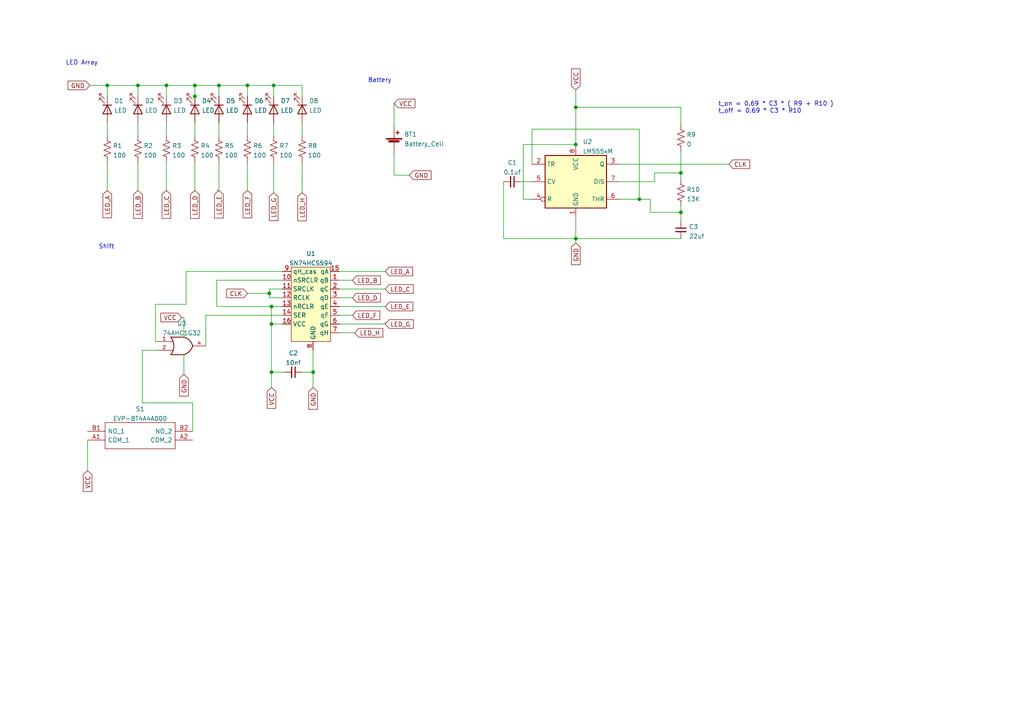
<source format=kicad_sch>
(kicad_sch (version 20211123) (generator eeschema)
  (paper "A4")
  (title_block (title "XMas Blinkenlights") (date "2022-10-21") (company "Kenneth Ostby") (comment 1 "kenneth.ostby@gmail.com"))
  (lib_symbols
    (symbol "74xGxx:74AHC1G32" (pin_names (offset 1.016))
      (property "Reference" "U" (at -2.54 3.81 0))
      (property "Value" "74AHC1G32" (at 0 -3.81 0))
      (symbol "74AHC1G32_0_1"
        (arc (start -3.81 -2.54) (mid -2.919 0) (end -3.81 2.54) (stroke (width 0.254)))
        (arc (start 0 -2.54) (mid 1.601 -1.601) (end 2.54 0) (stroke (width 0.254)))
        (polyline (pts (xy -3.81 -1.27) (xy -3.175 -1.27)))
        (polyline (pts (xy -3.81 1.27) (xy -3.175 1.27)))
        (polyline (pts (xy 0 -2.54) (xy -3.81 -2.54)) (stroke (width 0.254)) (fill (type background)))
        (polyline (pts (xy 0 2.54) (xy -3.81 2.54)) (stroke (width 0.254)) (fill (type background)))
        (arc (start 2.54 0) (mid 1.6136 1.6136) (end 0 2.54) (stroke (width 0.254)))
      )
      (symbol "74AHC1G32_1_1"
        (pin input line (at -7.62 1.27 0) (length 3.81) (name "~") (number "1"))
        (pin input line (at -7.62 -1.27 0) (length 3.81) (name "~") (number "2"))
        (pin power_in line (at 0 -2.54 270) (length 0) hide (name "GND") (number "3"))
        (pin output line (at 6.35 0 180) (length 3.81) (name "~") (number "4"))
        (pin power_in line (at 0 2.54 90) (length 0) hide (name "VCC") (number "5"))
      )
    )
    (symbol "74xGxx:SN74HCS594"
      (property "Reference" "U" (at 0 7.62 0))
      (property "Value" "SN74HCS594" (at 0 10.16 0))
      (symbol "SN74HCS594_0_1"
        (rectangle (start -6.35 6.35) (end 5.08 -15.24) (stroke (width 0.1524)) (fill (type background)))
      )
      (symbol "SN74HCS594_1_1"
        (pin output line (at 7.62 2.54 180) (length 2.54) (name "qB") (number "1"))
        (pin input line (at -8.89 2.54 0) (length 2.54) (name "nSRCLR") (number "10"))
        (pin input line (at -8.89 0 0) (length 2.54) (name "SRCLK") (number "11"))
        (pin input line (at -8.89 -2.54 0) (length 2.54) (name "RCLK") (number "12"))
        (pin input line (at -8.89 -5.08 0) (length 2.54) (name "nRCLR") (number "13"))
        (pin input line (at -8.89 -7.62 0) (length 2.54) (name "SER") (number "14"))
        (pin output line (at 7.62 5.08 180) (length 2.54) (name "qA") (number "15"))
        (pin power_in line (at -8.89 -10.16 0) (length 2.54) (name "VCC") (number "16"))
        (pin output line (at 7.62 0 180) (length 2.54) (name "qC") (number "2"))
        (pin output line (at 7.62 -2.54 180) (length 2.54) (name "qD") (number "3"))
        (pin output line (at 7.62 -5.08 180) (length 2.54) (name "qE") (number "4"))
        (pin output line (at 7.62 -7.62 180) (length 2.54) (name "qF") (number "5"))
        (pin output line (at 7.62 -10.16 180) (length 2.54) (name "qG") (number "6"))
        (pin output line (at 7.62 -12.7 180) (length 2.54) (name "qH") (number "7"))
        (pin unspecified line (at 0 -17.78 90) (length 2.54) (name "GND") (number "8"))
        (pin output line (at -8.89 5.08 0) (length 2.54) (name "qH_cas") (number "9"))
      )
    )
    (symbol "Device:Battery_Cell" (pin_numbers hide) (pin_names (offset 0) hide)
      (property "Reference" "BT" (at 2.54 2.54 0))
      (property "Value" "Battery_Cell" (at 2.54 0 0))
      (symbol "Battery_Cell_0_1"
        (rectangle (start -2.286 1.778) (end 2.286 1.524) (fill (type outline)))
        (rectangle (start -1.5748 1.1938) (end 1.4732 0.6858) (fill (type outline)))
        (polyline (pts (xy 0 0.762) (xy 0 0)))
        (polyline (pts (xy 0 1.778) (xy 0 2.54)))
        (polyline (pts (xy 0.508 3.429) (xy 1.524 3.429)) (stroke (width 0.254)))
        (polyline (pts (xy 1.016 3.937) (xy 1.016 2.921)) (stroke (width 0.254)))
      )
      (symbol "Battery_Cell_1_1"
        (pin passive line (at 0 5.08 270) (length 2.54) (name "+") (number "1"))
        (pin passive line (at 0 -2.54 90) (length 2.54) (name "-") (number "2"))
      )
    )
    (symbol "Device:C_Small" (pin_numbers hide) (pin_names (offset 0.254) hide)
      (property "Reference" "C" (at 0.254 1.778 0))
      (property "Value" "C_Small" (at 0.254 -2.032 0))
      (symbol "C_Small_0_1"
        (polyline (pts (xy -1.524 -0.508) (xy 1.524 -0.508)) (stroke (width 0.3302)))
        (polyline (pts (xy -1.524 0.508) (xy 1.524 0.508)) (stroke (width 0.3048)))
      )
      (symbol "C_Small_1_1"
        (pin passive line (at 0 2.54 270) (length 2.032) (name "~") (number "1"))
        (pin passive line (at 0 -2.54 90) (length 2.032) (name "~") (number "2"))
      )
    )
    (symbol "Device:LED" (pin_numbers hide) (pin_names (offset 1.016) hide)
      (property "Reference" "D" (at 0 2.54 0))
      (property "Value" "LED" (at 0 -2.54 0))
      (symbol "LED_0_1"
        (polyline (pts (xy -1.27 -1.27) (xy -1.27 1.27)) (stroke (width 0.254)))
        (polyline (pts (xy -1.27 0) (xy 1.27 0)))
        (polyline (pts (xy 1.27 -1.27) (xy 1.27 1.27) (xy -1.27 0) (xy 1.27 -1.27)) (stroke (width 0.254)))
        (polyline (pts (xy -3.048 -0.762) (xy -4.572 -2.286) (xy -3.81 -2.286) (xy -4.572 -2.286) (xy -4.572 -1.524)))
        (polyline (pts (xy -1.778 -0.762) (xy -3.302 -2.286) (xy -2.54 -2.286) (xy -3.302 -2.286) (xy -3.302 -1.524)))
      )
      (symbol "LED_1_1"
        (pin passive line (at -3.81 0 0) (length 2.54) (name "K") (number "1"))
        (pin passive line (at 3.81 0 180) (length 2.54) (name "A") (number "2"))
      )
    )
    (symbol "Device:R_US" (pin_numbers hide) (pin_names (offset 0))
      (property "Reference" "R" (at 2.54 0 90))
      (property "Value" "R_US" (at -2.54 0 90))
      (symbol "R_US_0_1"
        (polyline (pts (xy 0 -2.286) (xy 0 -2.54)))
        (polyline (pts (xy 0 2.286) (xy 0 2.54)))
        (polyline (pts (xy 0 -0.762) (xy 1.016 -1.143) (xy 0 -1.524) (xy -1.016 -1.905) (xy 0 -2.286)))
        (polyline (pts (xy 0 0.762) (xy 1.016 0.381) (xy 0 0) (xy -1.016 -0.381) (xy 0 -0.762)))
        (polyline (pts (xy 0 2.286) (xy 1.016 1.905) (xy 0 1.524) (xy -1.016 1.143) (xy 0 0.762)))
      )
      (symbol "R_US_1_1"
        (pin passive line (at 0 3.81 270) (length 1.27) (name "~") (number "1"))
        (pin passive line (at 0 -3.81 90) (length 1.27) (name "~") (number "2"))
      )
    )
    (symbol "EVP-BT4A4A000:EVP-BT4A4A000" (pin_names (offset 0.762))
      (property "Reference" "S" (at 26.67 7.62 0))
      (property "Value" "EVP-BT4A4A000" (at 26.67 5.08 0))
      (symbol "EVP-BT4A4A000_0_0"
        (pin passive line (at 0 -2.54 0) (length 5.08) (name "COM_1") (number "A1"))
        (pin passive line (at 30.48 -2.54 180) (length 5.08) (name "COM_2") (number "A2"))
        (pin passive line (at 0 0 0) (length 5.08) (name "NO_1") (number "B1"))
        (pin passive line (at 30.48 0 180) (length 5.08) (name "NO_2") (number "B2"))
      )
      (symbol "EVP-BT4A4A000_0_1"
        (polyline (pts (xy 5.08 2.54) (xy 25.4 2.54) (xy 25.4 -5.08) (xy 5.08 -5.08) (xy 5.08 2.54)) (stroke (width 0.1524)))
      )
    )
    (symbol "Timer:LM555xM"
      (property "Reference" "U" (at -10.16 8.89 0))
      (property "Value" "LM555xM" (at 2.54 8.89 0))
      (symbol "LM555xM_0_0"
        (pin power_in line (at 0 -10.16 90) (length 2.54) (name "GND") (number "1"))
        (pin power_in line (at 0 10.16 270) (length 2.54) (name "VCC") (number "8"))
      )
      (symbol "LM555xM_0_1"
        (rectangle (start -8.89 -7.62) (end 8.89 7.62) (stroke (width 0.254)) (fill (type background)))
        (rectangle (start -8.89 -7.62) (end 8.89 7.62) (stroke (width 0.254)) (fill (type background)))
      )
      (symbol "LM555xM_1_1"
        (pin input line (at -12.7 5.08 0) (length 3.81) (name "TR") (number "2"))
        (pin output line (at 12.7 5.08 180) (length 3.81) (name "Q") (number "3"))
        (pin input inverted (at -12.7 -5.08 0) (length 3.81) (name "R") (number "4"))
        (pin input line (at -12.7 0 0) (length 3.81) (name "CV") (number "5"))
        (pin input line (at 12.7 -5.08 180) (length 3.81) (name "THR") (number "6"))
        (pin input line (at 12.7 0 180) (length 3.81) (name "DIS") (number "7"))
      )
    )
  )
  (junction (at 167.005 41.91))
  (junction (at 40.005 24.765))
  (junction (at 56.515 24.765))
  (junction (at 185.42 57.785))
  (junction (at 63.5 24.765))
  (junction (at 167.005 31.115))
  (junction (at 78.74 107.95))
  (junction (at 78.74 88.9))
  (junction (at 78.105 85.09))
  (junction (at 56.515 27.94))
  (junction (at 167.005 69.215))
  (junction (at 48.26 24.765))
  (junction (at 71.755 24.765))
  (junction (at 197.485 61.595))
  (junction (at 31.115 24.765))
  (junction (at 197.485 50.165))
  (junction (at 79.375 24.765))
  (junction (at 78.74 93.98))
  (junction (at 90.805 107.95))
  (wire (pts (xy 98.425 86.36) (xy 102.235 86.36)))
  (wire (pts (xy 98.425 91.44) (xy 102.235 91.44)))
  (wire (pts (xy 78.105 85.09) (xy 78.105 86.36)))
  (wire (pts (xy 90.805 101.6) (xy 90.805 107.95)))
  (wire (pts (xy 53.34 92.075) (xy 53.34 97.79)))
  (wire (pts (xy 151.765 57.785) (xy 154.305 57.785)))
  (wire (pts (xy 71.755 24.765) (xy 71.755 27.94)))
  (wire (pts (xy 79.375 35.56) (xy 79.375 39.37)))
  (wire (pts (xy 179.705 52.705) (xy 189.865 52.705)))
  (wire (pts (xy 98.425 88.9) (xy 111.76 88.9)))
  (wire (pts (xy 59.69 91.44) (xy 59.69 100.33)))
  (wire (pts (xy 98.425 83.82) (xy 111.76 83.82)))
  (wire (pts (xy 40.005 24.765) (xy 48.26 24.765)))
  (wire (pts (xy 48.26 24.765) (xy 56.515 24.765)))
  (wire (pts (xy 90.805 107.95) (xy 90.805 112.395)))
  (wire (pts (xy 167.005 62.865) (xy 167.005 69.215)))
  (wire (pts (xy 87.63 35.56) (xy 87.63 39.37)))
  (wire (pts (xy 185.42 37.465) (xy 185.42 57.785)))
  (wire (pts (xy 53.975 78.74) (xy 53.975 88.265)))
  (wire (pts (xy 114.3 50.8) (xy 118.745 50.8)))
  (wire (pts (xy 151.765 57.785) (xy 151.765 41.91)))
  (wire (pts (xy 45.085 88.265) (xy 45.085 99.06)))
  (wire (pts (xy 98.425 78.74) (xy 111.76 78.74)))
  (wire (pts (xy 114.3 29.845) (xy 114.3 36.83)))
  (wire (pts (xy 56.515 24.765) (xy 63.5 24.765)))
  (wire (pts (xy 146.05 69.215) (xy 167.005 69.215)))
  (wire (pts (xy 56.515 28.575) (xy 56.515 27.94)))
  (wire (pts (xy 87.63 46.99) (xy 87.63 55.88)))
  (wire (pts (xy 48.26 35.56) (xy 48.26 39.37)))
  (wire (pts (xy 79.375 27.94) (xy 79.375 24.765)))
  (wire (pts (xy 25.4 136.525) (xy 25.4 127.635)))
  (wire (pts (xy 56.515 35.56) (xy 56.515 39.37)))
  (wire (pts (xy 55.88 125.095) (xy 55.88 116.84)))
  (wire (pts (xy 56.515 24.765) (xy 56.515 27.94)))
  (wire (pts (xy 81.915 88.9) (xy 78.74 88.9)))
  (wire (pts (xy 167.005 26.035) (xy 167.005 31.115)))
  (wire (pts (xy 59.69 91.44) (xy 81.915 91.44)))
  (wire (pts (xy 31.115 35.56) (xy 31.115 39.37)))
  (wire (pts (xy 179.705 47.625) (xy 211.455 47.625)))
  (wire (pts (xy 71.755 24.765) (xy 79.375 24.765)))
  (wire (pts (xy 52.705 92.075) (xy 53.34 92.075)))
  (wire (pts (xy 56.515 46.99) (xy 56.515 55.245)))
  (wire (pts (xy 63.5 24.765) (xy 63.5 27.94)))
  (wire (pts (xy 71.755 85.09) (xy 78.105 85.09)))
  (wire (pts (xy 63.5 35.56) (xy 63.5 39.37)))
  (wire (pts (xy 63.5 46.99) (xy 63.5 55.245)))
  (wire (pts (xy 197.485 43.815) (xy 197.485 50.165)))
  (wire (pts (xy 40.005 24.765) (xy 40.005 27.94)))
  (wire (pts (xy 78.105 83.82) (xy 78.105 85.09)))
  (wire (pts (xy 26.035 24.765) (xy 31.115 24.765)))
  (wire (pts (xy 87.63 27.94) (xy 87.63 24.765)))
  (wire (pts (xy 48.26 24.765) (xy 48.26 27.94)))
  (wire (pts (xy 79.375 24.765) (xy 87.63 24.765)))
  (wire (pts (xy 31.115 24.765) (xy 40.005 24.765)))
  (wire (pts (xy 167.005 69.215) (xy 167.005 70.485)))
  (wire (pts (xy 81.915 78.74) (xy 53.975 78.74)))
  (wire (pts (xy 188.595 61.595) (xy 197.485 61.595)))
  (wire (pts (xy 189.865 50.165) (xy 197.485 50.165)))
  (wire (pts (xy 78.74 88.9) (xy 78.74 93.98)))
  (wire (pts (xy 98.425 81.28) (xy 102.235 81.28)))
  (wire (pts (xy 98.425 93.98) (xy 111.76 93.98)))
  (wire (pts (xy 62.865 81.28) (xy 81.915 81.28)))
  (wire (pts (xy 111.76 93.345) (xy 111.76 93.98)))
  (wire (pts (xy 79.375 46.99) (xy 79.375 55.88)))
  (wire (pts (xy 167.005 69.215) (xy 197.485 69.215)))
  (wire (pts (xy 197.485 50.165) (xy 197.485 52.07)))
  (wire (pts (xy 71.755 46.99) (xy 71.755 55.245)))
  (wire (pts (xy 78.74 107.95) (xy 82.55 107.95)))
  (wire (pts (xy 41.275 101.6) (xy 45.72 101.6)))
  (wire (pts (xy 63.5 24.765) (xy 71.755 24.765)))
  (wire (pts (xy 81.915 93.98) (xy 78.74 93.98)))
  (wire (pts (xy 45.085 99.06) (xy 45.72 99.06)))
  (wire (pts (xy 81.915 83.82) (xy 78.105 83.82)))
  (wire (pts (xy 41.275 116.84) (xy 41.275 101.6)))
  (wire (pts (xy 53.34 102.87) (xy 53.34 108.585)))
  (wire (pts (xy 78.105 86.36) (xy 81.915 86.36)))
  (wire (pts (xy 167.005 41.91) (xy 167.005 42.545)))
  (wire (pts (xy 154.305 37.465) (xy 185.42 37.465)))
  (wire (pts (xy 197.485 61.595) (xy 197.485 64.135)))
  (wire (pts (xy 167.005 31.115) (xy 167.005 41.91)))
  (wire (pts (xy 188.595 57.785) (xy 188.595 61.595)))
  (wire (pts (xy 78.74 107.95) (xy 78.74 112.395)))
  (wire (pts (xy 185.42 57.785) (xy 179.705 57.785)))
  (wire (pts (xy 185.42 57.785) (xy 188.595 57.785)))
  (wire (pts (xy 55.88 116.84) (xy 41.275 116.84)))
  (wire (pts (xy 62.865 55.245) (xy 63.5 55.245)))
  (wire (pts (xy 40.005 35.56) (xy 40.005 39.37)))
  (wire (pts (xy 114.3 44.45) (xy 114.3 50.8)))
  (wire (pts (xy 197.485 31.115) (xy 197.485 36.195)))
  (wire (pts (xy 31.115 24.765) (xy 31.115 27.94)))
  (wire (pts (xy 78.74 93.98) (xy 78.74 107.95)))
  (wire (pts (xy 40.005 46.99) (xy 40.005 55.245)))
  (wire (pts (xy 71.755 35.56) (xy 71.755 39.37)))
  (wire (pts (xy 87.63 107.95) (xy 90.805 107.95)))
  (wire (pts (xy 167.005 31.115) (xy 197.485 31.115)))
  (wire (pts (xy 78.74 88.9) (xy 62.865 88.9)))
  (wire (pts (xy 98.425 96.52) (xy 102.87 96.52)))
  (wire (pts (xy 62.865 88.9) (xy 62.865 81.28)))
  (wire (pts (xy 48.26 46.99) (xy 48.26 55.245)))
  (wire (pts (xy 31.115 46.99) (xy 31.115 55.245)))
  (wire (pts (xy 146.05 52.705) (xy 146.05 69.215)))
  (wire (pts (xy 53.975 88.265) (xy 45.085 88.265)))
  (wire (pts (xy 189.865 52.705) (xy 189.865 50.165)))
  (wire (pts (xy 151.13 52.705) (xy 154.305 52.705)))
  (wire (pts (xy 154.305 47.625) (xy 154.305 37.465)))
  (wire (pts (xy 151.765 41.91) (xy 167.005 41.91)))
  (wire (pts (xy 197.485 59.69) (xy 197.485 61.595)))
  (text "t_on = 0.69 * C3 * ( R9 + R10 ) \nt_off = 0.69 * C3 * R10" (at 208.28 33.02 0) (effects (font (size 1.27 1.27)) (justify left bottom)))
  (text "LED Array" (at 19.05 19.05 0) (effects (font (size 1.27 1.27)) (justify left bottom)))
  (text "Shift\n" (at 28.575 72.39 0) (effects (font (size 1.27 1.27)) (justify left bottom)))
  (text "Battery\n" (at 106.68 24.13 0) (effects (font (size 1.27 1.27)) (justify left bottom)))
  (global_label "LED_H" (shape input) (at 87.63 55.88 270) (property "Intersheet References" "${INTERSHEET_REFS}" (effects hide)))
  (global_label "GND" (shape input) (at 26.035 24.765 180) (property "Intersheet References" "${INTERSHEET_REFS}" (effects hide)))
  (global_label "GND" (shape input) (at 90.805 112.395 270) (property "Intersheet References" "${INTERSHEET_REFS}" (effects hide)))
  (global_label "CLK" (shape input) (at 211.455 47.625 0) (property "Intersheet References" "${INTERSHEET_REFS}" (effects hide)))
  (global_label "VCC" (shape input) (at 78.74 112.395 270) (property "Intersheet References" "${INTERSHEET_REFS}" (effects hide)))
  (global_label "VCC" (shape input) (at 114.3 30.0056 0) (property "Intersheet References" "${INTERSHEET_REFS}" (effects hide)))
  (global_label "LED_C" (shape input) (at 111.76 83.82 0) (property "Intersheet References" "${INTERSHEET_REFS}" (effects hide)))
  (global_label "GND" (shape input) (at 53.34 108.585 270) (property "Intersheet References" "${INTERSHEET_REFS}" (effects hide)))
  (global_label "LED_G" (shape input) (at 79.375 55.88 270) (property "Intersheet References" "${INTERSHEET_REFS}" (effects hide)))
  (global_label "LED_D" (shape input) (at 102.235 86.36 0) (property "Intersheet References" "${INTERSHEET_REFS}" (effects hide)))
  (global_label "LED_F" (shape input) (at 102.235 91.44 0) (property "Intersheet References" "${INTERSHEET_REFS}" (effects hide)))
  (global_label "LED_A" (shape input) (at 111.76 78.74 0) (property "Intersheet References" "${INTERSHEET_REFS}" (effects hide)))
  (global_label "LED_B" (shape input) (at 102.235 81.28 0) (property "Intersheet References" "${INTERSHEET_REFS}" (effects hide)))
  (global_label "LED_D" (shape input) (at 56.515 55.245 270) (property "Intersheet References" "${INTERSHEET_REFS}" (effects hide)))
  (global_label "VCC" (shape input) (at 52.705 92.075 180) (property "Intersheet References" "${INTERSHEET_REFS}" (effects hide)))
  (global_label "LED_F" (shape input) (at 71.755 55.245 270) (property "Intersheet References" "${INTERSHEET_REFS}" (effects hide)))
  (global_label "LED_C" (shape input) (at 48.26 55.245 270) (property "Intersheet References" "${INTERSHEET_REFS}" (effects hide)))
  (global_label "LED_G" (shape input) (at 111.76 93.98 0) (property "Intersheet References" "${INTERSHEET_REFS}" (effects hide)))
  (global_label "LED_E" (shape input) (at 111.76 88.9 0) (property "Intersheet References" "${INTERSHEET_REFS}" (effects hide)))
  (global_label "LED_B" (shape input) (at 40.005 55.245 270) (property "Intersheet References" "${INTERSHEET_REFS}" (effects hide)))
  (global_label "VCC" (shape input) (at 167.005 26.035 90) (property "Intersheet References" "${INTERSHEET_REFS}" (effects hide)))
  (global_label "VCC" (shape input) (at 25.4 136.525 270) (property "Intersheet References" "${INTERSHEET_REFS}" (effects hide)))
  (global_label "LED_E" (shape input) (at 63.5 55.245 270) (property "Intersheet References" "${INTERSHEET_REFS}" (effects hide)))
  (global_label "GND" (shape input) (at 167.005 70.485 270) (property "Intersheet References" "${INTERSHEET_REFS}" (effects hide)))
  (global_label "LED_H" (shape input) (at 102.87 96.52 0) (property "Intersheet References" "${INTERSHEET_REFS}" (effects hide)))
  (global_label "CLK" (shape input) (at 71.755 85.09 180) (property "Intersheet References" "${INTERSHEET_REFS}" (effects hide)))
  (global_label "GND" (shape input) (at 118.745 50.8 0) (property "Intersheet References" "${INTERSHEET_REFS}" (effects hide)))
  (global_label "LED_A" (shape input) (at 31.115 55.245 270) (property "Intersheet References" "${INTERSHEET_REFS}" (effects hide)))
  (symbol (lib_id "Device:LED") (at 87.63 31.75 270) (unit 1)
    (property "Reference" "D8" (at 89.662 29.254 90) (effects (justify left)))
    (property "Value" "LED" (at 89.662 32.0291 90) (effects (justify left)))
    (property "Footprint" "LED_THT:LED_D5.0mm_Clear" (effects hide))
  )
  (symbol (lib_id "Device:R_US") (at 71.755 43.18 0) (unit 1)
    (property "Reference" "R6" (at 73.406 42.2715 0) (effects (justify left)))
    (property "Value" "100" (at 73.406 45.0466 0) (effects (justify left)))
    (property "Footprint" "Resistor_SMD:R_2010_5025Metric" (effects hide))
  )
  (symbol (lib_id "Device:LED") (at 71.755 31.75 270) (unit 1)
    (property "Reference" "D6" (at 73.787 29.254 90) (effects (justify left)))
    (property "Value" "LED" (at 73.787 32.0291 90) (effects (justify left)))
    (property "Footprint" "LED_THT:LED_D5.0mm_Clear" (effects hide))
  )
  (symbol (lib_id "Device:R_US") (at 40.005 43.18 0) (unit 1)
    (property "Reference" "R2" (at 41.656 42.2715 0) (effects (justify left)))
    (property "Value" "100" (at 41.656 45.0466 0) (effects (justify left)))
    (property "Footprint" "Resistor_SMD:R_2010_5025Metric" (effects hide))
  )
  (symbol (lib_id "Device:C_Small") (at 148.59 52.705 270) (unit 1)
    (property "Reference" "C1" (at 148.5836 47.1764 90))
    (property "Value" "0.1uf" (at 148.5836 49.9515 90))
    (property "Footprint" "Capacitor_SMD:C_1210_3225Metric_Pad1.33x2.70mm_HandSolder" (effects hide))
  )
  (symbol (lib_id "Device:R_US") (at 48.26 43.18 0) (unit 1)
    (property "Reference" "R3" (at 49.911 42.2715 0) (effects (justify left)))
    (property "Value" "100" (at 49.911 45.0466 0) (effects (justify left)))
    (property "Footprint" "Resistor_SMD:R_2010_5025Metric" (effects hide))
  )
  (symbol (lib_id "Device:R_US") (at 79.375 43.18 0) (unit 1)
    (property "Reference" "R7" (at 81.026 42.2715 0) (effects (justify left)))
    (property "Value" "100" (at 81.026 45.0466 0) (effects (justify left)))
    (property "Footprint" "Resistor_SMD:R_2010_5025Metric" (effects hide))
  )
  (symbol (lib_id "Device:R_US") (at 87.63 43.18 0) (unit 1)
    (property "Reference" "R8" (at 89.281 42.2715 0) (effects (justify left)))
    (property "Value" "100" (at 89.281 45.0466 0) (effects (justify left)))
    (property "Footprint" "Resistor_SMD:R_2010_5025Metric" (effects hide))
  )
  (symbol (lib_id "74xGxx:74AHC1G32") (at 53.34 100.33 0) (unit 1)
    (property "Reference" "U3" (at 52.705 93.8235 0))
    (property "Value" "74AHC1G32" (at 52.705 96.5986 0))
    (property "Footprint" "Package_TO_SOT_SMD:SOT-353_SC-70-5_Handsoldering" (effects hide))
    (property "Datasheet" "http://www.ti.com/lit/sg/scyt129e/scyt129e.pdf" (effects hide))
  )
  (symbol (lib_id "Device:LED") (at 79.375 31.75 270) (unit 1)
    (property "Reference" "D7" (at 81.407 29.254 90) (effects (justify left)))
    (property "Value" "LED" (at 81.407 32.0291 90) (effects (justify left)))
    (property "Footprint" "LED_THT:LED_D5.0mm_Clear" (effects hide))
  )
  (symbol (lib_id "Device:R_US") (at 197.485 55.88 0) (unit 1)
    (property "Reference" "R10" (at 199.136 54.9715 0) (effects (justify left)))
    (property "Value" "13K" (at 199.136 57.7466 0) (effects (justify left)))
    (property "Footprint" "Resistor_SMD:R_2010_5025Metric_Pad1.40x2.65mm_HandSolder" (effects hide))
  )
  (symbol (lib_id "Timer:LM555xM") (at 167.005 52.705 0) (unit 1)
    (property "Reference" "U2" (at 169.0244 41.1185 0) (effects (justify left)))
    (property "Value" "LM555xM" (at 169.0244 43.8936 0) (effects (justify left)))
    (property "Footprint" "Package_SO:SOIC-8_3.9x4.9mm_P1.27mm" (effects hide))
    (property "Datasheet" "http://www.ti.com/lit/ds/symlink/lm555.pdf" (effects hide))
  )
  (symbol (lib_id "Device:Battery_Cell") (at 114.3 41.91 0) (unit 1)
    (property "Reference" "BT1" (at 117.221 38.9695 0) (effects (justify left)))
    (property "Value" "Battery_Cell" (at 117.221 41.7446 0) (effects (justify left)))
    (property "Footprint" "KiCad:101" (effects hide))
  )
  (symbol (lib_id "Device:LED") (at 63.5 31.75 270) (unit 1)
    (property "Reference" "D5" (at 65.532 29.254 90) (effects (justify left)))
    (property "Value" "LED" (at 65.532 32.0291 90) (effects (justify left)))
    (property "Footprint" "LED_THT:LED_D5.0mm_Clear" (effects hide))
  )
  (symbol (lib_id "Device:LED") (at 56.515 31.75 270) (unit 1)
    (property "Reference" "D4" (at 58.547 29.254 90) (effects (justify left)))
    (property "Value" "LED" (at 58.547 32.0291 90) (effects (justify left)))
    (property "Footprint" "LED_THT:LED_D5.0mm_Clear" (effects hide))
  )
  (symbol (lib_id "Device:R_US") (at 197.485 40.005 0) (unit 1)
    (property "Reference" "R9" (at 199.136 39.0965 0) (effects (justify left)))
    (property "Value" "0" (at 199.136 41.8716 0) (effects (justify left)))
    (property "Footprint" "Resistor_SMD:R_2010_5025Metric_Pad1.40x2.65mm_HandSolder" (effects hide))
  )
  (symbol (lib_id "Device:R_US") (at 31.115 43.18 0) (unit 1)
    (property "Reference" "R1" (at 32.766 42.2715 0) (effects (justify left)))
    (property "Value" "100" (at 32.766 45.0466 0) (effects (justify left)))
    (property "Footprint" "Resistor_SMD:R_2010_5025Metric" (effects hide))
  )
  (symbol (lib_id "Device:C_Small") (at 197.485 66.675 0) (unit 1)
    (property "Reference" "C3" (at 199.8091 65.7728 0) (effects (justify left)))
    (property "Value" "22uf" (at 199.8091 68.5479 0) (effects (justify left)))
    (property "Footprint" "Capacitor_SMD:C_1210_3225Metric_Pad1.33x2.70mm_HandSolder" (effects hide))
  )
  (symbol (lib_id "EVP-BT4A4A000:EVP-BT4A4A000") (at 25.4 125.095 0) (unit 1)
    (property "Reference" "S1" (at 40.64 118.6393 0))
    (property "Value" "EVP-BT4A4A000" (at 40.64 121.4144 0))
    (property "Footprint" "Switch:EVPBT4A4A000" (effects hide))
    (property "Datasheet" "https://www.mouser.in/datasheet/2/315/Panasonic_Switch_EVQ_P0_2c_EVQ_Q2_2c_EVQ_6Q2_2c_EV-2064286.pdf" (effects hide))
    (property "Description" "Tactile Switches Op Force 1.3 N STR w/o ground term" (effects hide))
    (property "Height" "4.5" (effects hide))
    (property "Mouser Part Number" "769-EVP-BT4A4A000" (effects hide))
    (property "Mouser Price/Stock" "https://www.mouser.co.uk/ProductDetail/Panasonic/EVP-BT4A4A000?qs=CiayqK2gdcJLoreobld9qQ%3D%3D" (effects hide))
    (property "Manufacturer_Name" "Panasonic" (effects hide))
    (property "Manufacturer_Part_Number" "EVP-BT4A4A000" (effects hide))
  )
  (symbol (lib_id "Device:R_US") (at 63.5 43.18 0) (unit 1)
    (property "Reference" "R5" (at 65.151 42.2715 0) (effects (justify left)))
    (property "Value" "100" (at 65.151 45.0466 0) (effects (justify left)))
    (property "Footprint" "Resistor_SMD:R_2010_5025Metric" (effects hide))
  )
  (symbol (lib_id "Device:LED") (at 31.115 31.75 270) (unit 1)
    (property "Reference" "D1" (at 33.147 29.254 90) (effects (justify left)))
    (property "Value" "LED" (at 33.147 32.0291 90) (effects (justify left)))
    (property "Footprint" "LED_THT:LED_D5.0mm_Clear" (effects hide))
  )
  (symbol (lib_id "Device:R_US") (at 56.515 43.18 0) (unit 1)
    (property "Reference" "R4" (at 58.166 42.2715 0) (effects (justify left)))
    (property "Value" "100" (at 58.166 45.0466 0) (effects (justify left)))
    (property "Footprint" "Resistor_SMD:R_2010_5025Metric" (effects hide))
  )
  (symbol (lib_id "Device:LED") (at 40.005 31.75 270) (unit 1)
    (property "Reference" "D2" (at 42.037 29.254 90) (effects (justify left)))
    (property "Value" "LED" (at 42.037 32.0291 90) (effects (justify left)))
    (property "Footprint" "LED_THT:LED_D5.0mm_Clear" (effects hide))
  )
  (symbol (lib_id "Device:LED") (at 48.26 31.75 270) (unit 1)
    (property "Reference" "D3" (at 50.292 29.254 90) (effects (justify left)))
    (property "Value" "LED" (at 50.292 32.0291 90) (effects (justify left)))
    (property "Footprint" "LED_THT:LED_D5.0mm_Clear" (effects hide))
  )
  (symbol (lib_id "Device:C_Small") (at 85.09 107.95 270) (unit 1)
    (property "Reference" "C2" (at 85.0836 102.4214 90))
    (property "Value" "10nf" (at 85.0836 105.1965 90))
    (property "Footprint" "Capacitor_SMD:C_1210_3225Metric_Pad1.33x2.70mm_HandSolder" (effects hide))
  )
  (symbol (lib_id "74xGxx:SN74HCS594") (at 90.805 83.82 0) (unit 1)
    (property "Reference" "U1" (at 90.17 73.5543 0))
    (property "Value" "SN74HCS594" (at 90.17 76.3294 0))
    (property "Footprint" "Package_SO:SOIC-16_3.9x9.9mm_P1.27mm" (effects hide))
  )
)
</source>
